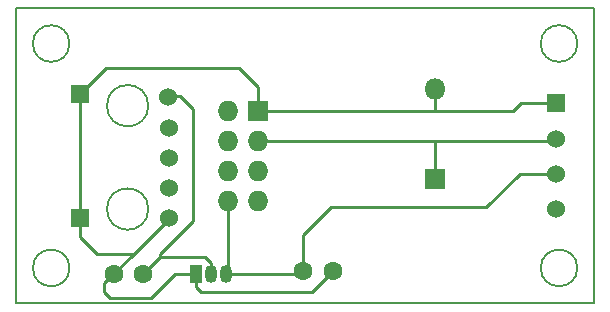
<source format=gbr>
%TF.GenerationSoftware,KiCad,Pcbnew,6.0.11-2627ca5db0~126~ubuntu20.04.1*%
%TF.CreationDate,2024-03-17T04:55:18-05:00*%
%TF.ProjectId,WaterFlowCounter,57617465-7246-46c6-9f77-436f756e7465,rev?*%
%TF.SameCoordinates,Original*%
%TF.FileFunction,Copper,L2,Bot*%
%TF.FilePolarity,Positive*%
%FSLAX46Y46*%
G04 Gerber Fmt 4.6, Leading zero omitted, Abs format (unit mm)*
G04 Created by KiCad (PCBNEW 6.0.11-2627ca5db0~126~ubuntu20.04.1) date 2024-03-17 04:55:18*
%MOMM*%
%LPD*%
G01*
G04 APERTURE LIST*
%TA.AperFunction,Profile*%
%ADD10C,0.200000*%
%TD*%
%TA.AperFunction,ComponentPad*%
%ADD11R,1.800000X1.800000*%
%TD*%
%TA.AperFunction,ComponentPad*%
%ADD12O,1.800000X1.800000*%
%TD*%
%TA.AperFunction,ComponentPad*%
%ADD13R,1.524000X1.524000*%
%TD*%
%TA.AperFunction,ComponentPad*%
%ADD14C,1.524000*%
%TD*%
%TA.AperFunction,ComponentPad*%
%ADD15C,1.600000*%
%TD*%
%TA.AperFunction,ComponentPad*%
%ADD16R,1.727200X1.727200*%
%TD*%
%TA.AperFunction,ComponentPad*%
%ADD17O,1.727200X1.727200*%
%TD*%
%TA.AperFunction,ComponentPad*%
%ADD18R,1.050000X1.500000*%
%TD*%
%TA.AperFunction,ComponentPad*%
%ADD19O,1.050000X1.500000*%
%TD*%
%TA.AperFunction,Conductor*%
%ADD20C,0.250000*%
%TD*%
G04 APERTURE END LIST*
D10*
X172550000Y-103000000D02*
G75*
G03*
X172550000Y-103000000I-1550000J0D01*
G01*
X125000000Y-100000000D02*
X174000000Y-100000000D01*
X174000000Y-100000000D02*
X174000000Y-125000000D01*
X174000000Y-125000000D02*
X125000000Y-125000000D01*
X125000000Y-125000000D02*
X125000000Y-100000000D01*
X129550000Y-122000000D02*
G75*
G03*
X129550000Y-122000000I-1550000J0D01*
G01*
X172550000Y-122000000D02*
G75*
G03*
X172550000Y-122000000I-1550000J0D01*
G01*
X129550000Y-103000000D02*
G75*
G03*
X129550000Y-103000000I-1550000J0D01*
G01*
%TO.C,J1*%
X136222600Y-108261600D02*
G75*
G03*
X136222600Y-108261600I-1750000J0D01*
G01*
X136222600Y-117011600D02*
G75*
G03*
X136222600Y-117011600I-1750000J0D01*
G01*
%TD*%
D11*
%TO.P,D1,1,K*%
%TO.N,Net-(J2-Pad2)*%
X160502800Y-114503400D03*
D12*
%TO.P,D1,2,A*%
%TO.N,Earth*%
X160502800Y-106883400D03*
%TD*%
D13*
%TO.P,J2,1,Pin_1*%
%TO.N,Earth*%
X170737400Y-108048300D03*
D14*
%TO.P,J2,2,Pin_2*%
%TO.N,Net-(J2-Pad2)*%
X170737400Y-111048300D03*
%TO.P,J2,3,Pin_3*%
%TO.N,Net-(C2-Pad1)*%
X170737400Y-114048300D03*
%TO.P,J2,4,Pin_4*%
%TO.N,Net-(C1-Pad1)*%
X170737400Y-117048300D03*
%TD*%
D15*
%TO.P,C2,1*%
%TO.N,Net-(C2-Pad1)*%
X149346800Y-122275800D03*
%TO.P,C2,2*%
%TO.N,Earth*%
X151846800Y-122275800D03*
%TD*%
D16*
%TO.P,U1,1,GND*%
%TO.N,Earth*%
X145491400Y-108737600D03*
D17*
%TO.P,U1,2,U0TXD/GPIO1*%
%TO.N,unconnected-(U1-Pad2)*%
X142951400Y-108737600D03*
%TO.P,U1,3,U1TXD/GPIO2*%
%TO.N,Net-(J2-Pad2)*%
X145491400Y-111277600D03*
%TO.P,U1,4,CH_EN/CH_PD*%
%TO.N,unconnected-(U1-Pad4)*%
X142951400Y-111277600D03*
%TO.P,U1,5,GPIO0*%
%TO.N,unconnected-(U1-Pad5)*%
X145491400Y-113817600D03*
%TO.P,U1,6,RST*%
%TO.N,unconnected-(U1-Pad6)*%
X142951400Y-113817600D03*
%TO.P,U1,7,GPIO3/U0RXD*%
%TO.N,unconnected-(U1-Pad7)*%
X145491400Y-116357600D03*
%TO.P,U1,8,VCC*%
%TO.N,Net-(C2-Pad1)*%
X142951400Y-116357600D03*
%TD*%
D18*
%TO.P,U2,1,GND*%
%TO.N,Earth*%
X140222400Y-122547600D03*
D19*
%TO.P,U2,2,VI*%
%TO.N,Net-(C1-Pad1)*%
X141492400Y-122547600D03*
%TO.P,U2,3,VO*%
%TO.N,Net-(C2-Pad1)*%
X142762400Y-122547600D03*
%TD*%
D15*
%TO.P,C1,1*%
%TO.N,Net-(C1-Pad1)*%
X135788600Y-122555200D03*
%TO.P,C1,2*%
%TO.N,Earth*%
X133288600Y-122555200D03*
%TD*%
D14*
%TO.P,J1,1,VBUS*%
%TO.N,Net-(C1-Pad1)*%
X137919200Y-107522800D03*
%TO.P,J1,2,D-*%
%TO.N,unconnected-(J1-Pad2)*%
X137944600Y-110113600D03*
%TO.P,J1,3,D+*%
%TO.N,unconnected-(J1-Pad3)*%
X137944600Y-112681600D03*
%TO.P,J1,4,ID*%
%TO.N,unconnected-(J1-Pad4)*%
X137944600Y-115193600D03*
%TO.P,J1,5,GND*%
%TO.N,Earth*%
X137972600Y-117761600D03*
D13*
%TO.P,J1,6,Shield*%
X130472600Y-117761600D03*
%TO.P,J1,7,Shield*%
X130472600Y-107261600D03*
%TD*%
D20*
%TO.N,Earth*%
X145491400Y-108737600D02*
X160426600Y-108737600D01*
X160426600Y-108737600D02*
X167081400Y-108737600D01*
X160502800Y-106883400D02*
X160502800Y-108661400D01*
X160502800Y-108661400D02*
X160426600Y-108737600D01*
%TO.N,Net-(J2-Pad2)*%
X145491400Y-111277600D02*
X160401200Y-111277600D01*
X160401200Y-111277600D02*
X170508100Y-111277600D01*
X160502800Y-114503400D02*
X160502800Y-111379200D01*
X160502800Y-111379200D02*
X160401200Y-111277600D01*
%TO.N,Net-(C2-Pad1)*%
X149346800Y-122275800D02*
X149346800Y-119193200D01*
X149346800Y-119193200D02*
X151674400Y-116865600D01*
X151674400Y-116865600D02*
X164846200Y-116865600D01*
X164846200Y-116865600D02*
X167663500Y-114048300D01*
X167663500Y-114048300D02*
X170737400Y-114048300D01*
%TO.N,Net-(C1-Pad1)*%
X137242400Y-120797600D02*
X137242400Y-121101400D01*
X137242400Y-121101400D02*
X135788600Y-122555200D01*
%TO.N,Net-(C2-Pad1)*%
X142762400Y-122547600D02*
X149075000Y-122547600D01*
X149075000Y-122547600D02*
X149346800Y-122275800D01*
X142951400Y-116357600D02*
X142951400Y-122358600D01*
X142951400Y-122358600D02*
X142762400Y-122547600D01*
%TO.N,Earth*%
X140222400Y-122547600D02*
X140222400Y-123589200D01*
X140222400Y-123589200D02*
X140680800Y-124047600D01*
X140680800Y-124047600D02*
X150075000Y-124047600D01*
X150075000Y-124047600D02*
X151846800Y-122275800D01*
%TO.N,Net-(J2-Pad2)*%
X170508100Y-111277600D02*
X170737400Y-111048300D01*
%TO.N,Earth*%
X167081400Y-108737600D02*
X167770700Y-108048300D01*
X167770700Y-108048300D02*
X170737400Y-108048300D01*
%TO.N,Net-(C1-Pad1)*%
X137242400Y-120797600D02*
X139992400Y-118047600D01*
X139992400Y-118047600D02*
X139992400Y-108547600D01*
X141492400Y-121547600D02*
X141492400Y-122547600D01*
X137242400Y-121047600D02*
X137242400Y-120797600D01*
X137242400Y-121047600D02*
X140992400Y-121047600D01*
X139992400Y-108547600D02*
X138913600Y-107468800D01*
X138913600Y-107468800D02*
X137739000Y-107468800D01*
X140992400Y-121047600D02*
X141492400Y-121547600D01*
%TO.N,Earth*%
X130472600Y-119377200D02*
X130472600Y-117761600D01*
X134992400Y-120797600D02*
X137792400Y-117997600D01*
X132492400Y-123297600D02*
X134992400Y-120797600D01*
X145491400Y-106659200D02*
X145491400Y-108737600D01*
X130472600Y-107261600D02*
X132625600Y-105108600D01*
X136492400Y-124547600D02*
X132992400Y-124547600D01*
X132625600Y-105108600D02*
X143940800Y-105108600D01*
X132992400Y-124547600D02*
X132492400Y-124047600D01*
X134992400Y-120797600D02*
X131893000Y-120797600D01*
X131893000Y-120797600D02*
X130472600Y-119377200D01*
X140222400Y-122547600D02*
X138492400Y-122547600D01*
X138492400Y-122547600D02*
X136492400Y-124547600D01*
X143940800Y-105108600D02*
X145491400Y-106659200D01*
X137792400Y-117997600D02*
X137792400Y-117707600D01*
X130472600Y-107261600D02*
X130472600Y-117761600D01*
X132492400Y-124047600D02*
X132492400Y-123297600D01*
%TD*%
M02*

</source>
